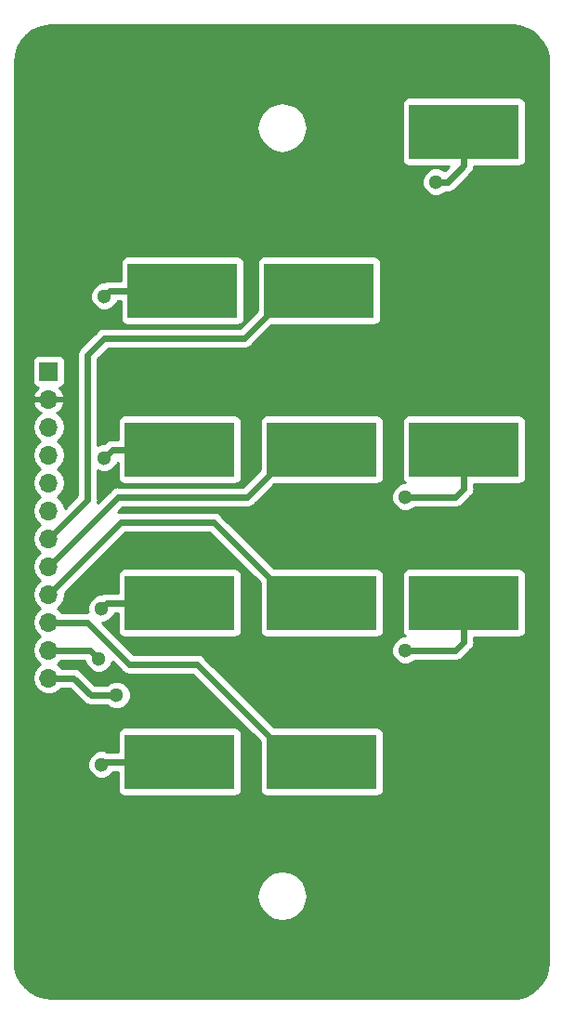
<source format=gbr>
G04 #@! TF.GenerationSoftware,KiCad,Pcbnew,5.0.1*
G04 #@! TF.CreationDate,2019-03-20T13:16:04+05:30*
G04 #@! TF.ProjectId,switches,73776974636865732E6B696361645F70,rev?*
G04 #@! TF.SameCoordinates,Original*
G04 #@! TF.FileFunction,Copper,L2,Bot,Signal*
G04 #@! TF.FilePolarity,Positive*
%FSLAX46Y46*%
G04 Gerber Fmt 4.6, Leading zero omitted, Abs format (unit mm)*
G04 Created by KiCad (PCBNEW 5.0.1) date Wed 20 Mar 2019 01:16:04 PM IST*
%MOMM*%
%LPD*%
G01*
G04 APERTURE LIST*
G04 #@! TA.AperFunction,ComponentPad*
%ADD10O,1.700000X1.700000*%
G04 #@! TD*
G04 #@! TA.AperFunction,ComponentPad*
%ADD11R,1.700000X1.700000*%
G04 #@! TD*
G04 #@! TA.AperFunction,SMDPad,CuDef*
%ADD12R,10.000000X5.000000*%
G04 #@! TD*
G04 #@! TA.AperFunction,ViaPad*
%ADD13C,1.300000*%
G04 #@! TD*
G04 #@! TA.AperFunction,Conductor*
%ADD14C,0.600000*%
G04 #@! TD*
G04 #@! TA.AperFunction,Conductor*
%ADD15C,0.254000*%
G04 #@! TD*
G04 APERTURE END LIST*
D10*
G04 #@! TO.P,J1,12*
G04 #@! TO.N,/s10*
X97790000Y-111506000D03*
G04 #@! TO.P,J1,11*
G04 #@! TO.N,/s9*
X97790000Y-108966000D03*
G04 #@! TO.P,J1,10*
G04 #@! TO.N,/s8*
X97790000Y-106426000D03*
G04 #@! TO.P,J1,9*
G04 #@! TO.N,/s7*
X97790000Y-103886000D03*
G04 #@! TO.P,J1,8*
G04 #@! TO.N,/s6*
X97790000Y-101346000D03*
G04 #@! TO.P,J1,7*
G04 #@! TO.N,/s5*
X97790000Y-98806000D03*
G04 #@! TO.P,J1,6*
G04 #@! TO.N,/s4*
X97790000Y-96266000D03*
G04 #@! TO.P,J1,5*
G04 #@! TO.N,/s3*
X97790000Y-93726000D03*
G04 #@! TO.P,J1,4*
G04 #@! TO.N,/s2*
X97790000Y-91186000D03*
G04 #@! TO.P,J1,3*
G04 #@! TO.N,/s1*
X97790000Y-88646000D03*
G04 #@! TO.P,J1,2*
G04 #@! TO.N,+5V*
X97790000Y-86106000D03*
D11*
G04 #@! TO.P,J1,1*
G04 #@! TO.N,GND*
X97790000Y-83566000D03*
G04 #@! TD*
D12*
G04 #@! TO.P,J12,1*
G04 #@! TO.N,/s10*
X135636000Y-104648000D03*
G04 #@! TD*
G04 #@! TO.P,J11,1*
G04 #@! TO.N,/s9*
X135636000Y-90678000D03*
G04 #@! TD*
G04 #@! TO.P,J10,1*
G04 #@! TO.N,/s8*
X122682000Y-119126000D03*
G04 #@! TD*
G04 #@! TO.P,J9,1*
G04 #@! TO.N,/s7*
X122682000Y-104648000D03*
G04 #@! TD*
G04 #@! TO.P,J8,1*
G04 #@! TO.N,/s6*
X122682000Y-90678000D03*
G04 #@! TD*
G04 #@! TO.P,J7,1*
G04 #@! TO.N,/s5*
X122428000Y-76200000D03*
G04 #@! TD*
G04 #@! TO.P,J6,1*
G04 #@! TO.N,/s4*
X109728000Y-119126000D03*
G04 #@! TD*
G04 #@! TO.P,J5,1*
G04 #@! TO.N,/s3*
X109728000Y-104648000D03*
G04 #@! TD*
G04 #@! TO.P,J4,1*
G04 #@! TO.N,/s2*
X109728000Y-90678000D03*
G04 #@! TD*
G04 #@! TO.P,J3,1*
G04 #@! TO.N,/s1*
X109982000Y-76200000D03*
G04 #@! TD*
G04 #@! TO.P,J2,1*
G04 #@! TO.N,GND*
X135636000Y-61722000D03*
G04 #@! TD*
D13*
G04 #@! TO.N,/s10*
X130302000Y-108966000D03*
X103967235Y-113062373D03*
G04 #@! TO.N,/s8*
X122682000Y-119126000D03*
G04 #@! TO.N,/s6*
X122682000Y-90678000D03*
G04 #@! TO.N,/s4*
X102616000Y-119380000D03*
G04 #@! TO.N,/s2*
X102870000Y-91440000D03*
G04 #@! TO.N,/s9*
X130302000Y-94996000D03*
X102362000Y-109728000D03*
G04 #@! TO.N,/s7*
X122682000Y-104640723D03*
G04 #@! TO.N,/s5*
X122428000Y-76164543D03*
G04 #@! TO.N,/s3*
X102616000Y-105156000D03*
G04 #@! TO.N,/s1*
X102870000Y-76708000D03*
G04 #@! TO.N,GND*
X133096000Y-66294000D03*
G04 #@! TO.N,+5V*
X121412000Y-71628000D03*
X121412000Y-114808000D03*
X121412000Y-86360000D03*
X121412000Y-100330000D03*
X135890000Y-86360000D03*
X135890000Y-100330000D03*
G04 #@! TD*
D14*
G04 #@! TO.N,/s10*
X135636000Y-108204000D02*
X135636000Y-104648000D01*
X134874000Y-108966000D02*
X135636000Y-108204000D01*
X131572000Y-108966000D02*
X130302000Y-108966000D01*
X131318000Y-108966000D02*
X131572000Y-108966000D01*
X131572000Y-108966000D02*
X134874000Y-108966000D01*
X103967235Y-113062373D02*
X101632373Y-113062373D01*
X100076000Y-111506000D02*
X97790000Y-111506000D01*
X101632373Y-113062373D02*
X100076000Y-111506000D01*
G04 #@! TO.N,/s8*
X120182000Y-119126000D02*
X122682000Y-119126000D01*
X105156000Y-110236000D02*
X111292000Y-110236000D01*
X111292000Y-110236000D02*
X120182000Y-119126000D01*
X97790000Y-106426000D02*
X101346000Y-106426000D01*
X101346000Y-106426000D02*
X103378000Y-108458000D01*
X103378000Y-108458000D02*
X105156000Y-110236000D01*
G04 #@! TO.N,/s6*
X120182000Y-90678000D02*
X122682000Y-90678000D01*
X115864000Y-94996000D02*
X120182000Y-90678000D01*
X98639999Y-100496001D02*
X104140000Y-94996000D01*
X97790000Y-101346000D02*
X98639999Y-100496001D01*
X104140000Y-94996000D02*
X115864000Y-94996000D01*
G04 #@! TO.N,/s4*
X102870000Y-119126000D02*
X102616000Y-119380000D01*
X109728000Y-119126000D02*
X102870000Y-119126000D01*
G04 #@! TO.N,/s2*
X103632000Y-90678000D02*
X102870000Y-91440000D01*
X109728000Y-90678000D02*
X103632000Y-90678000D01*
G04 #@! TO.N,/s9*
X130302000Y-94996000D02*
X134874000Y-94996000D01*
X135636000Y-94234000D02*
X135636000Y-90678000D01*
X134874000Y-94996000D02*
X135636000Y-94234000D01*
X101600000Y-108966000D02*
X102362000Y-109728000D01*
X97790000Y-108966000D02*
X101600000Y-108966000D01*
G04 #@! TO.N,/s7*
X120182000Y-104648000D02*
X122682000Y-104648000D01*
X112816000Y-97282000D02*
X120182000Y-104648000D01*
X104394000Y-97282000D02*
X105156000Y-97282000D01*
X97790000Y-103886000D02*
X104394000Y-97282000D01*
X105156000Y-97282000D02*
X112816000Y-97282000D01*
G04 #@! TO.N,/s5*
X115610000Y-80518000D02*
X119928000Y-76200000D01*
X102870000Y-80518000D02*
X115610000Y-80518000D01*
X119928000Y-76200000D02*
X122428000Y-76200000D01*
X101346000Y-82042000D02*
X102870000Y-80518000D01*
X101346000Y-95250000D02*
X101346000Y-82042000D01*
X97790000Y-98806000D02*
X101346000Y-95250000D01*
G04 #@! TO.N,/s3*
X103124000Y-104648000D02*
X102616000Y-105156000D01*
X109728000Y-104648000D02*
X103124000Y-104648000D01*
G04 #@! TO.N,/s1*
X103378000Y-76200000D02*
X102870000Y-76708000D01*
X109982000Y-76200000D02*
X103378000Y-76200000D01*
G04 #@! TO.N,GND*
X134164000Y-66294000D02*
X133096000Y-66294000D01*
X135636000Y-61722000D02*
X135636000Y-64822000D01*
X135636000Y-64822000D02*
X134164000Y-66294000D01*
G04 #@! TD*
D15*
G04 #@! TO.N,+5V*
G36*
X140683861Y-52128160D02*
X141322530Y-52328307D01*
X141907902Y-52652784D01*
X142416078Y-53088343D01*
X142826289Y-53617183D01*
X143121786Y-54217712D01*
X143292623Y-54873567D01*
X143333001Y-55398325D01*
X143333000Y-137337302D01*
X143261839Y-138037865D01*
X143061693Y-138676532D01*
X142737215Y-139261904D01*
X142301657Y-139770077D01*
X141772815Y-140180290D01*
X141172287Y-140475786D01*
X140516433Y-140646623D01*
X139991687Y-140687000D01*
X98052698Y-140687000D01*
X97352135Y-140615839D01*
X96713468Y-140415693D01*
X96128096Y-140091215D01*
X95619923Y-139655657D01*
X95209710Y-139126815D01*
X94914214Y-138526287D01*
X94743377Y-137870433D01*
X94703000Y-137345687D01*
X94703000Y-131372000D01*
X116748327Y-131372000D01*
X116861142Y-132084284D01*
X117188543Y-132726845D01*
X117698482Y-133236784D01*
X118341043Y-133564185D01*
X119053327Y-133677000D01*
X119765611Y-133564185D01*
X120408172Y-133236784D01*
X120918111Y-132726845D01*
X121245512Y-132084284D01*
X121358327Y-131372000D01*
X121245512Y-130659716D01*
X120918111Y-130017155D01*
X120408172Y-129507216D01*
X119765611Y-129179815D01*
X119053327Y-129067000D01*
X118341043Y-129179815D01*
X117698482Y-129507216D01*
X117188543Y-130017155D01*
X116861142Y-130659716D01*
X116748327Y-131372000D01*
X94703000Y-131372000D01*
X94703000Y-119124398D01*
X101331000Y-119124398D01*
X101331000Y-119635602D01*
X101526629Y-120107894D01*
X101888106Y-120469371D01*
X102360398Y-120665000D01*
X102871602Y-120665000D01*
X103343894Y-120469371D01*
X103705371Y-120107894D01*
X103724795Y-120061000D01*
X104080560Y-120061000D01*
X104080560Y-121626000D01*
X104129843Y-121873765D01*
X104270191Y-122083809D01*
X104480235Y-122224157D01*
X104728000Y-122273440D01*
X114728000Y-122273440D01*
X114975765Y-122224157D01*
X115185809Y-122083809D01*
X115326157Y-121873765D01*
X115375440Y-121626000D01*
X115375440Y-116626000D01*
X115326157Y-116378235D01*
X115185809Y-116168191D01*
X114975765Y-116027843D01*
X114728000Y-115978560D01*
X104728000Y-115978560D01*
X104480235Y-116027843D01*
X104270191Y-116168191D01*
X104129843Y-116378235D01*
X104080560Y-116626000D01*
X104080560Y-118191000D01*
X103103367Y-118191000D01*
X102871602Y-118095000D01*
X102360398Y-118095000D01*
X101888106Y-118290629D01*
X101526629Y-118652106D01*
X101331000Y-119124398D01*
X94703000Y-119124398D01*
X94703000Y-88646000D01*
X96275908Y-88646000D01*
X96391161Y-89225418D01*
X96719375Y-89716625D01*
X97017761Y-89916000D01*
X96719375Y-90115375D01*
X96391161Y-90606582D01*
X96275908Y-91186000D01*
X96391161Y-91765418D01*
X96719375Y-92256625D01*
X97017761Y-92456000D01*
X96719375Y-92655375D01*
X96391161Y-93146582D01*
X96275908Y-93726000D01*
X96391161Y-94305418D01*
X96719375Y-94796625D01*
X97017761Y-94996000D01*
X96719375Y-95195375D01*
X96391161Y-95686582D01*
X96275908Y-96266000D01*
X96391161Y-96845418D01*
X96719375Y-97336625D01*
X97017761Y-97536000D01*
X96719375Y-97735375D01*
X96391161Y-98226582D01*
X96275908Y-98806000D01*
X96391161Y-99385418D01*
X96719375Y-99876625D01*
X97017761Y-100076000D01*
X96719375Y-100275375D01*
X96391161Y-100766582D01*
X96275908Y-101346000D01*
X96391161Y-101925418D01*
X96719375Y-102416625D01*
X97017761Y-102616000D01*
X96719375Y-102815375D01*
X96391161Y-103306582D01*
X96275908Y-103886000D01*
X96391161Y-104465418D01*
X96719375Y-104956625D01*
X97017761Y-105156000D01*
X96719375Y-105355375D01*
X96391161Y-105846582D01*
X96275908Y-106426000D01*
X96391161Y-107005418D01*
X96719375Y-107496625D01*
X97017761Y-107696000D01*
X96719375Y-107895375D01*
X96391161Y-108386582D01*
X96275908Y-108966000D01*
X96391161Y-109545418D01*
X96719375Y-110036625D01*
X97017761Y-110236000D01*
X96719375Y-110435375D01*
X96391161Y-110926582D01*
X96275908Y-111506000D01*
X96391161Y-112085418D01*
X96719375Y-112576625D01*
X97210582Y-112904839D01*
X97643744Y-112991000D01*
X97936256Y-112991000D01*
X98369418Y-112904839D01*
X98860625Y-112576625D01*
X98951247Y-112441000D01*
X99688711Y-112441000D01*
X100906114Y-113658404D01*
X100958276Y-113736470D01*
X101036342Y-113788632D01*
X101267554Y-113943123D01*
X101632373Y-114015690D01*
X101724459Y-113997373D01*
X103084970Y-113997373D01*
X103239341Y-114151744D01*
X103711633Y-114347373D01*
X104222837Y-114347373D01*
X104695129Y-114151744D01*
X105056606Y-113790267D01*
X105252235Y-113317975D01*
X105252235Y-112806771D01*
X105056606Y-112334479D01*
X104695129Y-111973002D01*
X104222837Y-111777373D01*
X103711633Y-111777373D01*
X103239341Y-111973002D01*
X103084970Y-112127373D01*
X102019663Y-112127373D01*
X100802261Y-110909972D01*
X100750097Y-110831903D01*
X100440819Y-110625250D01*
X100168086Y-110571000D01*
X100076000Y-110552683D01*
X99983914Y-110571000D01*
X98951247Y-110571000D01*
X98860625Y-110435375D01*
X98562239Y-110236000D01*
X98860625Y-110036625D01*
X98951247Y-109901000D01*
X101077000Y-109901000D01*
X101077000Y-109983602D01*
X101272629Y-110455894D01*
X101634106Y-110817371D01*
X102106398Y-111013000D01*
X102617602Y-111013000D01*
X103089894Y-110817371D01*
X103451371Y-110455894D01*
X103627761Y-110030050D01*
X104429740Y-110832030D01*
X104481903Y-110910097D01*
X104559969Y-110962259D01*
X104791181Y-111116750D01*
X105156000Y-111189317D01*
X105248086Y-111171000D01*
X110904711Y-111171000D01*
X117034560Y-117300849D01*
X117034560Y-121626000D01*
X117083843Y-121873765D01*
X117224191Y-122083809D01*
X117434235Y-122224157D01*
X117682000Y-122273440D01*
X127682000Y-122273440D01*
X127929765Y-122224157D01*
X128139809Y-122083809D01*
X128280157Y-121873765D01*
X128329440Y-121626000D01*
X128329440Y-116626000D01*
X128280157Y-116378235D01*
X128139809Y-116168191D01*
X127929765Y-116027843D01*
X127682000Y-115978560D01*
X118356849Y-115978560D01*
X112018261Y-109639972D01*
X111966097Y-109561903D01*
X111656819Y-109355250D01*
X111384086Y-109301000D01*
X111292000Y-109282683D01*
X111199914Y-109301000D01*
X105543290Y-109301000D01*
X104952688Y-108710398D01*
X129017000Y-108710398D01*
X129017000Y-109221602D01*
X129212629Y-109693894D01*
X129574106Y-110055371D01*
X130046398Y-110251000D01*
X130557602Y-110251000D01*
X131029894Y-110055371D01*
X131184265Y-109901000D01*
X134781914Y-109901000D01*
X134874000Y-109919317D01*
X134966086Y-109901000D01*
X135238819Y-109846750D01*
X135548097Y-109640097D01*
X135600261Y-109562028D01*
X136232031Y-108930259D01*
X136310097Y-108878097D01*
X136516750Y-108568819D01*
X136571000Y-108296086D01*
X136571000Y-108296085D01*
X136589317Y-108204000D01*
X136571000Y-108111914D01*
X136571000Y-107795440D01*
X140636000Y-107795440D01*
X140883765Y-107746157D01*
X141093809Y-107605809D01*
X141234157Y-107395765D01*
X141283440Y-107148000D01*
X141283440Y-102148000D01*
X141234157Y-101900235D01*
X141093809Y-101690191D01*
X140883765Y-101549843D01*
X140636000Y-101500560D01*
X130636000Y-101500560D01*
X130388235Y-101549843D01*
X130178191Y-101690191D01*
X130037843Y-101900235D01*
X129988560Y-102148000D01*
X129988560Y-107148000D01*
X130037843Y-107395765D01*
X130178191Y-107605809D01*
X130290721Y-107681000D01*
X130046398Y-107681000D01*
X129574106Y-107876629D01*
X129212629Y-108238106D01*
X129017000Y-108710398D01*
X104952688Y-108710398D01*
X104104261Y-107861972D01*
X104104259Y-107861969D01*
X102683289Y-106441000D01*
X102871602Y-106441000D01*
X103343894Y-106245371D01*
X103705371Y-105883894D01*
X103830005Y-105583000D01*
X104080560Y-105583000D01*
X104080560Y-107148000D01*
X104129843Y-107395765D01*
X104270191Y-107605809D01*
X104480235Y-107746157D01*
X104728000Y-107795440D01*
X114728000Y-107795440D01*
X114975765Y-107746157D01*
X115185809Y-107605809D01*
X115326157Y-107395765D01*
X115375440Y-107148000D01*
X115375440Y-102148000D01*
X115326157Y-101900235D01*
X115185809Y-101690191D01*
X114975765Y-101549843D01*
X114728000Y-101500560D01*
X104728000Y-101500560D01*
X104480235Y-101549843D01*
X104270191Y-101690191D01*
X104129843Y-101900235D01*
X104080560Y-102148000D01*
X104080560Y-103713000D01*
X103216080Y-103713000D01*
X103123999Y-103694684D01*
X103031918Y-103713000D01*
X103031914Y-103713000D01*
X102759181Y-103767250D01*
X102603908Y-103871000D01*
X102360398Y-103871000D01*
X101888106Y-104066629D01*
X101526629Y-104428106D01*
X101331000Y-104900398D01*
X101331000Y-105411602D01*
X101357225Y-105474916D01*
X101346000Y-105472683D01*
X101253914Y-105491000D01*
X98951247Y-105491000D01*
X98860625Y-105355375D01*
X98562239Y-105156000D01*
X98860625Y-104956625D01*
X99188839Y-104465418D01*
X99304092Y-103886000D01*
X99272270Y-103726019D01*
X104781290Y-98217000D01*
X112428711Y-98217000D01*
X117034560Y-102822850D01*
X117034560Y-107148000D01*
X117083843Y-107395765D01*
X117224191Y-107605809D01*
X117434235Y-107746157D01*
X117682000Y-107795440D01*
X127682000Y-107795440D01*
X127929765Y-107746157D01*
X128139809Y-107605809D01*
X128280157Y-107395765D01*
X128329440Y-107148000D01*
X128329440Y-102148000D01*
X128280157Y-101900235D01*
X128139809Y-101690191D01*
X127929765Y-101549843D01*
X127682000Y-101500560D01*
X118356850Y-101500560D01*
X113542261Y-96685972D01*
X113490097Y-96607903D01*
X113180819Y-96401250D01*
X112908086Y-96347000D01*
X112816000Y-96328683D01*
X112723914Y-96347000D01*
X104486081Y-96347000D01*
X104393999Y-96328684D01*
X104301917Y-96347000D01*
X104301914Y-96347000D01*
X104063957Y-96394333D01*
X104527290Y-95931000D01*
X115771914Y-95931000D01*
X115864000Y-95949317D01*
X115956086Y-95931000D01*
X116228819Y-95876750D01*
X116538097Y-95670097D01*
X116590261Y-95592028D01*
X117441891Y-94740398D01*
X129017000Y-94740398D01*
X129017000Y-95251602D01*
X129212629Y-95723894D01*
X129574106Y-96085371D01*
X130046398Y-96281000D01*
X130557602Y-96281000D01*
X131029894Y-96085371D01*
X131184265Y-95931000D01*
X134781914Y-95931000D01*
X134874000Y-95949317D01*
X134966086Y-95931000D01*
X135238819Y-95876750D01*
X135548097Y-95670097D01*
X135600261Y-95592028D01*
X136232031Y-94960259D01*
X136310097Y-94908097D01*
X136516750Y-94598819D01*
X136571000Y-94326086D01*
X136571000Y-94326085D01*
X136589317Y-94234000D01*
X136571000Y-94141914D01*
X136571000Y-93825440D01*
X140636000Y-93825440D01*
X140883765Y-93776157D01*
X141093809Y-93635809D01*
X141234157Y-93425765D01*
X141283440Y-93178000D01*
X141283440Y-88178000D01*
X141234157Y-87930235D01*
X141093809Y-87720191D01*
X140883765Y-87579843D01*
X140636000Y-87530560D01*
X130636000Y-87530560D01*
X130388235Y-87579843D01*
X130178191Y-87720191D01*
X130037843Y-87930235D01*
X129988560Y-88178000D01*
X129988560Y-93178000D01*
X130037843Y-93425765D01*
X130178191Y-93635809D01*
X130290721Y-93711000D01*
X130046398Y-93711000D01*
X129574106Y-93906629D01*
X129212629Y-94268106D01*
X129017000Y-94740398D01*
X117441891Y-94740398D01*
X118356849Y-93825440D01*
X127682000Y-93825440D01*
X127929765Y-93776157D01*
X128139809Y-93635809D01*
X128280157Y-93425765D01*
X128329440Y-93178000D01*
X128329440Y-88178000D01*
X128280157Y-87930235D01*
X128139809Y-87720191D01*
X127929765Y-87579843D01*
X127682000Y-87530560D01*
X117682000Y-87530560D01*
X117434235Y-87579843D01*
X117224191Y-87720191D01*
X117083843Y-87930235D01*
X117034560Y-88178000D01*
X117034560Y-92503151D01*
X115476711Y-94061000D01*
X104232085Y-94061000D01*
X104139999Y-94042683D01*
X103775181Y-94115250D01*
X103465903Y-94321903D01*
X103413741Y-94399969D01*
X102233667Y-95580043D01*
X102281000Y-95342086D01*
X102281000Y-95342082D01*
X102299316Y-95250001D01*
X102281000Y-95157920D01*
X102281000Y-92586903D01*
X102614398Y-92725000D01*
X103125602Y-92725000D01*
X103597894Y-92529371D01*
X103959371Y-92167894D01*
X104080560Y-91875317D01*
X104080560Y-93178000D01*
X104129843Y-93425765D01*
X104270191Y-93635809D01*
X104480235Y-93776157D01*
X104728000Y-93825440D01*
X114728000Y-93825440D01*
X114975765Y-93776157D01*
X115185809Y-93635809D01*
X115326157Y-93425765D01*
X115375440Y-93178000D01*
X115375440Y-88178000D01*
X115326157Y-87930235D01*
X115185809Y-87720191D01*
X114975765Y-87579843D01*
X114728000Y-87530560D01*
X104728000Y-87530560D01*
X104480235Y-87579843D01*
X104270191Y-87720191D01*
X104129843Y-87930235D01*
X104080560Y-88178000D01*
X104080560Y-89743000D01*
X103724086Y-89743000D01*
X103632000Y-89724683D01*
X103539914Y-89743000D01*
X103267181Y-89797250D01*
X102957903Y-90003903D01*
X102905741Y-90081970D01*
X102832710Y-90155000D01*
X102614398Y-90155000D01*
X102281000Y-90293097D01*
X102281000Y-82429289D01*
X103257290Y-81453000D01*
X115517914Y-81453000D01*
X115610000Y-81471317D01*
X115702086Y-81453000D01*
X115974819Y-81398750D01*
X116284097Y-81192097D01*
X116336261Y-81114028D01*
X118102849Y-79347440D01*
X127428000Y-79347440D01*
X127675765Y-79298157D01*
X127885809Y-79157809D01*
X128026157Y-78947765D01*
X128075440Y-78700000D01*
X128075440Y-73700000D01*
X128026157Y-73452235D01*
X127885809Y-73242191D01*
X127675765Y-73101843D01*
X127428000Y-73052560D01*
X117428000Y-73052560D01*
X117180235Y-73101843D01*
X116970191Y-73242191D01*
X116829843Y-73452235D01*
X116780560Y-73700000D01*
X116780560Y-78025151D01*
X115222711Y-79583000D01*
X102962080Y-79583000D01*
X102869999Y-79564684D01*
X102777918Y-79583000D01*
X102777914Y-79583000D01*
X102505181Y-79637250D01*
X102195903Y-79843903D01*
X102143741Y-79921969D01*
X100749970Y-81315741D01*
X100671904Y-81367903D01*
X100619742Y-81445969D01*
X100619741Y-81445970D01*
X100465250Y-81677182D01*
X100392683Y-82042000D01*
X100411001Y-82134090D01*
X100411000Y-94862710D01*
X99254919Y-96018791D01*
X99188839Y-95686582D01*
X98860625Y-95195375D01*
X98562239Y-94996000D01*
X98860625Y-94796625D01*
X99188839Y-94305418D01*
X99304092Y-93726000D01*
X99188839Y-93146582D01*
X98860625Y-92655375D01*
X98562239Y-92456000D01*
X98860625Y-92256625D01*
X99188839Y-91765418D01*
X99304092Y-91186000D01*
X99188839Y-90606582D01*
X98860625Y-90115375D01*
X98562239Y-89916000D01*
X98860625Y-89716625D01*
X99188839Y-89225418D01*
X99304092Y-88646000D01*
X99188839Y-88066582D01*
X98860625Y-87575375D01*
X98541522Y-87362157D01*
X98671358Y-87301183D01*
X99061645Y-86872924D01*
X99231476Y-86462890D01*
X99110155Y-86233000D01*
X97917000Y-86233000D01*
X97917000Y-86253000D01*
X97663000Y-86253000D01*
X97663000Y-86233000D01*
X96469845Y-86233000D01*
X96348524Y-86462890D01*
X96518355Y-86872924D01*
X96908642Y-87301183D01*
X97038478Y-87362157D01*
X96719375Y-87575375D01*
X96391161Y-88066582D01*
X96275908Y-88646000D01*
X94703000Y-88646000D01*
X94703000Y-82716000D01*
X96292560Y-82716000D01*
X96292560Y-84416000D01*
X96341843Y-84663765D01*
X96482191Y-84873809D01*
X96692235Y-85014157D01*
X96795708Y-85034739D01*
X96518355Y-85339076D01*
X96348524Y-85749110D01*
X96469845Y-85979000D01*
X97663000Y-85979000D01*
X97663000Y-85959000D01*
X97917000Y-85959000D01*
X97917000Y-85979000D01*
X99110155Y-85979000D01*
X99231476Y-85749110D01*
X99061645Y-85339076D01*
X98784292Y-85034739D01*
X98887765Y-85014157D01*
X99097809Y-84873809D01*
X99238157Y-84663765D01*
X99287440Y-84416000D01*
X99287440Y-82716000D01*
X99238157Y-82468235D01*
X99097809Y-82258191D01*
X98887765Y-82117843D01*
X98640000Y-82068560D01*
X96940000Y-82068560D01*
X96692235Y-82117843D01*
X96482191Y-82258191D01*
X96341843Y-82468235D01*
X96292560Y-82716000D01*
X94703000Y-82716000D01*
X94703000Y-76452398D01*
X101585000Y-76452398D01*
X101585000Y-76963602D01*
X101780629Y-77435894D01*
X102142106Y-77797371D01*
X102614398Y-77993000D01*
X103125602Y-77993000D01*
X103597894Y-77797371D01*
X103959371Y-77435894D01*
X104084005Y-77135000D01*
X104334560Y-77135000D01*
X104334560Y-78700000D01*
X104383843Y-78947765D01*
X104524191Y-79157809D01*
X104734235Y-79298157D01*
X104982000Y-79347440D01*
X114982000Y-79347440D01*
X115229765Y-79298157D01*
X115439809Y-79157809D01*
X115580157Y-78947765D01*
X115629440Y-78700000D01*
X115629440Y-73700000D01*
X115580157Y-73452235D01*
X115439809Y-73242191D01*
X115229765Y-73101843D01*
X114982000Y-73052560D01*
X104982000Y-73052560D01*
X104734235Y-73101843D01*
X104524191Y-73242191D01*
X104383843Y-73452235D01*
X104334560Y-73700000D01*
X104334560Y-75265000D01*
X103470080Y-75265000D01*
X103377999Y-75246684D01*
X103285918Y-75265000D01*
X103285914Y-75265000D01*
X103013181Y-75319250D01*
X102857908Y-75423000D01*
X102614398Y-75423000D01*
X102142106Y-75618629D01*
X101780629Y-75980106D01*
X101585000Y-76452398D01*
X94703000Y-76452398D01*
X94703000Y-61372000D01*
X116748326Y-61372000D01*
X116861141Y-62084284D01*
X117188542Y-62726846D01*
X117698481Y-63236785D01*
X118341043Y-63564186D01*
X119053327Y-63677001D01*
X119765611Y-63564186D01*
X120408173Y-63236785D01*
X120918112Y-62726846D01*
X121245513Y-62084284D01*
X121358328Y-61372000D01*
X121245513Y-60659716D01*
X120918112Y-60017154D01*
X120408173Y-59507215D01*
X119848406Y-59222000D01*
X129988560Y-59222000D01*
X129988560Y-64222000D01*
X130037843Y-64469765D01*
X130178191Y-64679809D01*
X130388235Y-64820157D01*
X130636000Y-64869440D01*
X134266270Y-64869440D01*
X133877488Y-65258223D01*
X133823894Y-65204629D01*
X133351602Y-65009000D01*
X132840398Y-65009000D01*
X132368106Y-65204629D01*
X132006629Y-65566106D01*
X131811000Y-66038398D01*
X131811000Y-66549602D01*
X132006629Y-67021894D01*
X132368106Y-67383371D01*
X132840398Y-67579000D01*
X133351602Y-67579000D01*
X133823894Y-67383371D01*
X133978265Y-67229000D01*
X134071914Y-67229000D01*
X134164000Y-67247317D01*
X134256086Y-67229000D01*
X134528819Y-67174750D01*
X134838097Y-66968097D01*
X134890261Y-66890028D01*
X136232031Y-65548259D01*
X136310097Y-65496097D01*
X136516750Y-65186819D01*
X136571000Y-64914086D01*
X136571000Y-64914083D01*
X136579880Y-64869440D01*
X140636000Y-64869440D01*
X140883765Y-64820157D01*
X141093809Y-64679809D01*
X141234157Y-64469765D01*
X141283440Y-64222000D01*
X141283440Y-59222000D01*
X141234157Y-58974235D01*
X141093809Y-58764191D01*
X140883765Y-58623843D01*
X140636000Y-58574560D01*
X130636000Y-58574560D01*
X130388235Y-58623843D01*
X130178191Y-58764191D01*
X130037843Y-58974235D01*
X129988560Y-59222000D01*
X119848406Y-59222000D01*
X119765611Y-59179814D01*
X119053327Y-59066999D01*
X118341043Y-59179814D01*
X117698481Y-59507215D01*
X117188542Y-60017154D01*
X116861141Y-60659716D01*
X116748326Y-61372000D01*
X94703000Y-61372000D01*
X94703000Y-55406698D01*
X94774160Y-54706139D01*
X94974307Y-54067470D01*
X95298784Y-53482098D01*
X95734343Y-52973922D01*
X96263183Y-52563711D01*
X96863712Y-52268214D01*
X97519567Y-52097377D01*
X98044313Y-52057000D01*
X139983302Y-52057000D01*
X140683861Y-52128160D01*
X140683861Y-52128160D01*
G37*
X140683861Y-52128160D02*
X141322530Y-52328307D01*
X141907902Y-52652784D01*
X142416078Y-53088343D01*
X142826289Y-53617183D01*
X143121786Y-54217712D01*
X143292623Y-54873567D01*
X143333001Y-55398325D01*
X143333000Y-137337302D01*
X143261839Y-138037865D01*
X143061693Y-138676532D01*
X142737215Y-139261904D01*
X142301657Y-139770077D01*
X141772815Y-140180290D01*
X141172287Y-140475786D01*
X140516433Y-140646623D01*
X139991687Y-140687000D01*
X98052698Y-140687000D01*
X97352135Y-140615839D01*
X96713468Y-140415693D01*
X96128096Y-140091215D01*
X95619923Y-139655657D01*
X95209710Y-139126815D01*
X94914214Y-138526287D01*
X94743377Y-137870433D01*
X94703000Y-137345687D01*
X94703000Y-131372000D01*
X116748327Y-131372000D01*
X116861142Y-132084284D01*
X117188543Y-132726845D01*
X117698482Y-133236784D01*
X118341043Y-133564185D01*
X119053327Y-133677000D01*
X119765611Y-133564185D01*
X120408172Y-133236784D01*
X120918111Y-132726845D01*
X121245512Y-132084284D01*
X121358327Y-131372000D01*
X121245512Y-130659716D01*
X120918111Y-130017155D01*
X120408172Y-129507216D01*
X119765611Y-129179815D01*
X119053327Y-129067000D01*
X118341043Y-129179815D01*
X117698482Y-129507216D01*
X117188543Y-130017155D01*
X116861142Y-130659716D01*
X116748327Y-131372000D01*
X94703000Y-131372000D01*
X94703000Y-119124398D01*
X101331000Y-119124398D01*
X101331000Y-119635602D01*
X101526629Y-120107894D01*
X101888106Y-120469371D01*
X102360398Y-120665000D01*
X102871602Y-120665000D01*
X103343894Y-120469371D01*
X103705371Y-120107894D01*
X103724795Y-120061000D01*
X104080560Y-120061000D01*
X104080560Y-121626000D01*
X104129843Y-121873765D01*
X104270191Y-122083809D01*
X104480235Y-122224157D01*
X104728000Y-122273440D01*
X114728000Y-122273440D01*
X114975765Y-122224157D01*
X115185809Y-122083809D01*
X115326157Y-121873765D01*
X115375440Y-121626000D01*
X115375440Y-116626000D01*
X115326157Y-116378235D01*
X115185809Y-116168191D01*
X114975765Y-116027843D01*
X114728000Y-115978560D01*
X104728000Y-115978560D01*
X104480235Y-116027843D01*
X104270191Y-116168191D01*
X104129843Y-116378235D01*
X104080560Y-116626000D01*
X104080560Y-118191000D01*
X103103367Y-118191000D01*
X102871602Y-118095000D01*
X102360398Y-118095000D01*
X101888106Y-118290629D01*
X101526629Y-118652106D01*
X101331000Y-119124398D01*
X94703000Y-119124398D01*
X94703000Y-88646000D01*
X96275908Y-88646000D01*
X96391161Y-89225418D01*
X96719375Y-89716625D01*
X97017761Y-89916000D01*
X96719375Y-90115375D01*
X96391161Y-90606582D01*
X96275908Y-91186000D01*
X96391161Y-91765418D01*
X96719375Y-92256625D01*
X97017761Y-92456000D01*
X96719375Y-92655375D01*
X96391161Y-93146582D01*
X96275908Y-93726000D01*
X96391161Y-94305418D01*
X96719375Y-94796625D01*
X97017761Y-94996000D01*
X96719375Y-95195375D01*
X96391161Y-95686582D01*
X96275908Y-96266000D01*
X96391161Y-96845418D01*
X96719375Y-97336625D01*
X97017761Y-97536000D01*
X96719375Y-97735375D01*
X96391161Y-98226582D01*
X96275908Y-98806000D01*
X96391161Y-99385418D01*
X96719375Y-99876625D01*
X97017761Y-100076000D01*
X96719375Y-100275375D01*
X96391161Y-100766582D01*
X96275908Y-101346000D01*
X96391161Y-101925418D01*
X96719375Y-102416625D01*
X97017761Y-102616000D01*
X96719375Y-102815375D01*
X96391161Y-103306582D01*
X96275908Y-103886000D01*
X96391161Y-104465418D01*
X96719375Y-104956625D01*
X97017761Y-105156000D01*
X96719375Y-105355375D01*
X96391161Y-105846582D01*
X96275908Y-106426000D01*
X96391161Y-107005418D01*
X96719375Y-107496625D01*
X97017761Y-107696000D01*
X96719375Y-107895375D01*
X96391161Y-108386582D01*
X96275908Y-108966000D01*
X96391161Y-109545418D01*
X96719375Y-110036625D01*
X97017761Y-110236000D01*
X96719375Y-110435375D01*
X96391161Y-110926582D01*
X96275908Y-111506000D01*
X96391161Y-112085418D01*
X96719375Y-112576625D01*
X97210582Y-112904839D01*
X97643744Y-112991000D01*
X97936256Y-112991000D01*
X98369418Y-112904839D01*
X98860625Y-112576625D01*
X98951247Y-112441000D01*
X99688711Y-112441000D01*
X100906114Y-113658404D01*
X100958276Y-113736470D01*
X101036342Y-113788632D01*
X101267554Y-113943123D01*
X101632373Y-114015690D01*
X101724459Y-113997373D01*
X103084970Y-113997373D01*
X103239341Y-114151744D01*
X103711633Y-114347373D01*
X104222837Y-114347373D01*
X104695129Y-114151744D01*
X105056606Y-113790267D01*
X105252235Y-113317975D01*
X105252235Y-112806771D01*
X105056606Y-112334479D01*
X104695129Y-111973002D01*
X104222837Y-111777373D01*
X103711633Y-111777373D01*
X103239341Y-111973002D01*
X103084970Y-112127373D01*
X102019663Y-112127373D01*
X100802261Y-110909972D01*
X100750097Y-110831903D01*
X100440819Y-110625250D01*
X100168086Y-110571000D01*
X100076000Y-110552683D01*
X99983914Y-110571000D01*
X98951247Y-110571000D01*
X98860625Y-110435375D01*
X98562239Y-110236000D01*
X98860625Y-110036625D01*
X98951247Y-109901000D01*
X101077000Y-109901000D01*
X101077000Y-109983602D01*
X101272629Y-110455894D01*
X101634106Y-110817371D01*
X102106398Y-111013000D01*
X102617602Y-111013000D01*
X103089894Y-110817371D01*
X103451371Y-110455894D01*
X103627761Y-110030050D01*
X104429740Y-110832030D01*
X104481903Y-110910097D01*
X104559969Y-110962259D01*
X104791181Y-111116750D01*
X105156000Y-111189317D01*
X105248086Y-111171000D01*
X110904711Y-111171000D01*
X117034560Y-117300849D01*
X117034560Y-121626000D01*
X117083843Y-121873765D01*
X117224191Y-122083809D01*
X117434235Y-122224157D01*
X117682000Y-122273440D01*
X127682000Y-122273440D01*
X127929765Y-122224157D01*
X128139809Y-122083809D01*
X128280157Y-121873765D01*
X128329440Y-121626000D01*
X128329440Y-116626000D01*
X128280157Y-116378235D01*
X128139809Y-116168191D01*
X127929765Y-116027843D01*
X127682000Y-115978560D01*
X118356849Y-115978560D01*
X112018261Y-109639972D01*
X111966097Y-109561903D01*
X111656819Y-109355250D01*
X111384086Y-109301000D01*
X111292000Y-109282683D01*
X111199914Y-109301000D01*
X105543290Y-109301000D01*
X104952688Y-108710398D01*
X129017000Y-108710398D01*
X129017000Y-109221602D01*
X129212629Y-109693894D01*
X129574106Y-110055371D01*
X130046398Y-110251000D01*
X130557602Y-110251000D01*
X131029894Y-110055371D01*
X131184265Y-109901000D01*
X134781914Y-109901000D01*
X134874000Y-109919317D01*
X134966086Y-109901000D01*
X135238819Y-109846750D01*
X135548097Y-109640097D01*
X135600261Y-109562028D01*
X136232031Y-108930259D01*
X136310097Y-108878097D01*
X136516750Y-108568819D01*
X136571000Y-108296086D01*
X136571000Y-108296085D01*
X136589317Y-108204000D01*
X136571000Y-108111914D01*
X136571000Y-107795440D01*
X140636000Y-107795440D01*
X140883765Y-107746157D01*
X141093809Y-107605809D01*
X141234157Y-107395765D01*
X141283440Y-107148000D01*
X141283440Y-102148000D01*
X141234157Y-101900235D01*
X141093809Y-101690191D01*
X140883765Y-101549843D01*
X140636000Y-101500560D01*
X130636000Y-101500560D01*
X130388235Y-101549843D01*
X130178191Y-101690191D01*
X130037843Y-101900235D01*
X129988560Y-102148000D01*
X129988560Y-107148000D01*
X130037843Y-107395765D01*
X130178191Y-107605809D01*
X130290721Y-107681000D01*
X130046398Y-107681000D01*
X129574106Y-107876629D01*
X129212629Y-108238106D01*
X129017000Y-108710398D01*
X104952688Y-108710398D01*
X104104261Y-107861972D01*
X104104259Y-107861969D01*
X102683289Y-106441000D01*
X102871602Y-106441000D01*
X103343894Y-106245371D01*
X103705371Y-105883894D01*
X103830005Y-105583000D01*
X104080560Y-105583000D01*
X104080560Y-107148000D01*
X104129843Y-107395765D01*
X104270191Y-107605809D01*
X104480235Y-107746157D01*
X104728000Y-107795440D01*
X114728000Y-107795440D01*
X114975765Y-107746157D01*
X115185809Y-107605809D01*
X115326157Y-107395765D01*
X115375440Y-107148000D01*
X115375440Y-102148000D01*
X115326157Y-101900235D01*
X115185809Y-101690191D01*
X114975765Y-101549843D01*
X114728000Y-101500560D01*
X104728000Y-101500560D01*
X104480235Y-101549843D01*
X104270191Y-101690191D01*
X104129843Y-101900235D01*
X104080560Y-102148000D01*
X104080560Y-103713000D01*
X103216080Y-103713000D01*
X103123999Y-103694684D01*
X103031918Y-103713000D01*
X103031914Y-103713000D01*
X102759181Y-103767250D01*
X102603908Y-103871000D01*
X102360398Y-103871000D01*
X101888106Y-104066629D01*
X101526629Y-104428106D01*
X101331000Y-104900398D01*
X101331000Y-105411602D01*
X101357225Y-105474916D01*
X101346000Y-105472683D01*
X101253914Y-105491000D01*
X98951247Y-105491000D01*
X98860625Y-105355375D01*
X98562239Y-105156000D01*
X98860625Y-104956625D01*
X99188839Y-104465418D01*
X99304092Y-103886000D01*
X99272270Y-103726019D01*
X104781290Y-98217000D01*
X112428711Y-98217000D01*
X117034560Y-102822850D01*
X117034560Y-107148000D01*
X117083843Y-107395765D01*
X117224191Y-107605809D01*
X117434235Y-107746157D01*
X117682000Y-107795440D01*
X127682000Y-107795440D01*
X127929765Y-107746157D01*
X128139809Y-107605809D01*
X128280157Y-107395765D01*
X128329440Y-107148000D01*
X128329440Y-102148000D01*
X128280157Y-101900235D01*
X128139809Y-101690191D01*
X127929765Y-101549843D01*
X127682000Y-101500560D01*
X118356850Y-101500560D01*
X113542261Y-96685972D01*
X113490097Y-96607903D01*
X113180819Y-96401250D01*
X112908086Y-96347000D01*
X112816000Y-96328683D01*
X112723914Y-96347000D01*
X104486081Y-96347000D01*
X104393999Y-96328684D01*
X104301917Y-96347000D01*
X104301914Y-96347000D01*
X104063957Y-96394333D01*
X104527290Y-95931000D01*
X115771914Y-95931000D01*
X115864000Y-95949317D01*
X115956086Y-95931000D01*
X116228819Y-95876750D01*
X116538097Y-95670097D01*
X116590261Y-95592028D01*
X117441891Y-94740398D01*
X129017000Y-94740398D01*
X129017000Y-95251602D01*
X129212629Y-95723894D01*
X129574106Y-96085371D01*
X130046398Y-96281000D01*
X130557602Y-96281000D01*
X131029894Y-96085371D01*
X131184265Y-95931000D01*
X134781914Y-95931000D01*
X134874000Y-95949317D01*
X134966086Y-95931000D01*
X135238819Y-95876750D01*
X135548097Y-95670097D01*
X135600261Y-95592028D01*
X136232031Y-94960259D01*
X136310097Y-94908097D01*
X136516750Y-94598819D01*
X136571000Y-94326086D01*
X136571000Y-94326085D01*
X136589317Y-94234000D01*
X136571000Y-94141914D01*
X136571000Y-93825440D01*
X140636000Y-93825440D01*
X140883765Y-93776157D01*
X141093809Y-93635809D01*
X141234157Y-93425765D01*
X141283440Y-93178000D01*
X141283440Y-88178000D01*
X141234157Y-87930235D01*
X141093809Y-87720191D01*
X140883765Y-87579843D01*
X140636000Y-87530560D01*
X130636000Y-87530560D01*
X130388235Y-87579843D01*
X130178191Y-87720191D01*
X130037843Y-87930235D01*
X129988560Y-88178000D01*
X129988560Y-93178000D01*
X130037843Y-93425765D01*
X130178191Y-93635809D01*
X130290721Y-93711000D01*
X130046398Y-93711000D01*
X129574106Y-93906629D01*
X129212629Y-94268106D01*
X129017000Y-94740398D01*
X117441891Y-94740398D01*
X118356849Y-93825440D01*
X127682000Y-93825440D01*
X127929765Y-93776157D01*
X128139809Y-93635809D01*
X128280157Y-93425765D01*
X128329440Y-93178000D01*
X128329440Y-88178000D01*
X128280157Y-87930235D01*
X128139809Y-87720191D01*
X127929765Y-87579843D01*
X127682000Y-87530560D01*
X117682000Y-87530560D01*
X117434235Y-87579843D01*
X117224191Y-87720191D01*
X117083843Y-87930235D01*
X117034560Y-88178000D01*
X117034560Y-92503151D01*
X115476711Y-94061000D01*
X104232085Y-94061000D01*
X104139999Y-94042683D01*
X103775181Y-94115250D01*
X103465903Y-94321903D01*
X103413741Y-94399969D01*
X102233667Y-95580043D01*
X102281000Y-95342086D01*
X102281000Y-95342082D01*
X102299316Y-95250001D01*
X102281000Y-95157920D01*
X102281000Y-92586903D01*
X102614398Y-92725000D01*
X103125602Y-92725000D01*
X103597894Y-92529371D01*
X103959371Y-92167894D01*
X104080560Y-91875317D01*
X104080560Y-93178000D01*
X104129843Y-93425765D01*
X104270191Y-93635809D01*
X104480235Y-93776157D01*
X104728000Y-93825440D01*
X114728000Y-93825440D01*
X114975765Y-93776157D01*
X115185809Y-93635809D01*
X115326157Y-93425765D01*
X115375440Y-93178000D01*
X115375440Y-88178000D01*
X115326157Y-87930235D01*
X115185809Y-87720191D01*
X114975765Y-87579843D01*
X114728000Y-87530560D01*
X104728000Y-87530560D01*
X104480235Y-87579843D01*
X104270191Y-87720191D01*
X104129843Y-87930235D01*
X104080560Y-88178000D01*
X104080560Y-89743000D01*
X103724086Y-89743000D01*
X103632000Y-89724683D01*
X103539914Y-89743000D01*
X103267181Y-89797250D01*
X102957903Y-90003903D01*
X102905741Y-90081970D01*
X102832710Y-90155000D01*
X102614398Y-90155000D01*
X102281000Y-90293097D01*
X102281000Y-82429289D01*
X103257290Y-81453000D01*
X115517914Y-81453000D01*
X115610000Y-81471317D01*
X115702086Y-81453000D01*
X115974819Y-81398750D01*
X116284097Y-81192097D01*
X116336261Y-81114028D01*
X118102849Y-79347440D01*
X127428000Y-79347440D01*
X127675765Y-79298157D01*
X127885809Y-79157809D01*
X128026157Y-78947765D01*
X128075440Y-78700000D01*
X128075440Y-73700000D01*
X128026157Y-73452235D01*
X127885809Y-73242191D01*
X127675765Y-73101843D01*
X127428000Y-73052560D01*
X117428000Y-73052560D01*
X117180235Y-73101843D01*
X116970191Y-73242191D01*
X116829843Y-73452235D01*
X116780560Y-73700000D01*
X116780560Y-78025151D01*
X115222711Y-79583000D01*
X102962080Y-79583000D01*
X102869999Y-79564684D01*
X102777918Y-79583000D01*
X102777914Y-79583000D01*
X102505181Y-79637250D01*
X102195903Y-79843903D01*
X102143741Y-79921969D01*
X100749970Y-81315741D01*
X100671904Y-81367903D01*
X100619742Y-81445969D01*
X100619741Y-81445970D01*
X100465250Y-81677182D01*
X100392683Y-82042000D01*
X100411001Y-82134090D01*
X100411000Y-94862710D01*
X99254919Y-96018791D01*
X99188839Y-95686582D01*
X98860625Y-95195375D01*
X98562239Y-94996000D01*
X98860625Y-94796625D01*
X99188839Y-94305418D01*
X99304092Y-93726000D01*
X99188839Y-93146582D01*
X98860625Y-92655375D01*
X98562239Y-92456000D01*
X98860625Y-92256625D01*
X99188839Y-91765418D01*
X99304092Y-91186000D01*
X99188839Y-90606582D01*
X98860625Y-90115375D01*
X98562239Y-89916000D01*
X98860625Y-89716625D01*
X99188839Y-89225418D01*
X99304092Y-88646000D01*
X99188839Y-88066582D01*
X98860625Y-87575375D01*
X98541522Y-87362157D01*
X98671358Y-87301183D01*
X99061645Y-86872924D01*
X99231476Y-86462890D01*
X99110155Y-86233000D01*
X97917000Y-86233000D01*
X97917000Y-86253000D01*
X97663000Y-86253000D01*
X97663000Y-86233000D01*
X96469845Y-86233000D01*
X96348524Y-86462890D01*
X96518355Y-86872924D01*
X96908642Y-87301183D01*
X97038478Y-87362157D01*
X96719375Y-87575375D01*
X96391161Y-88066582D01*
X96275908Y-88646000D01*
X94703000Y-88646000D01*
X94703000Y-82716000D01*
X96292560Y-82716000D01*
X96292560Y-84416000D01*
X96341843Y-84663765D01*
X96482191Y-84873809D01*
X96692235Y-85014157D01*
X96795708Y-85034739D01*
X96518355Y-85339076D01*
X96348524Y-85749110D01*
X96469845Y-85979000D01*
X97663000Y-85979000D01*
X97663000Y-85959000D01*
X97917000Y-85959000D01*
X97917000Y-85979000D01*
X99110155Y-85979000D01*
X99231476Y-85749110D01*
X99061645Y-85339076D01*
X98784292Y-85034739D01*
X98887765Y-85014157D01*
X99097809Y-84873809D01*
X99238157Y-84663765D01*
X99287440Y-84416000D01*
X99287440Y-82716000D01*
X99238157Y-82468235D01*
X99097809Y-82258191D01*
X98887765Y-82117843D01*
X98640000Y-82068560D01*
X96940000Y-82068560D01*
X96692235Y-82117843D01*
X96482191Y-82258191D01*
X96341843Y-82468235D01*
X96292560Y-82716000D01*
X94703000Y-82716000D01*
X94703000Y-76452398D01*
X101585000Y-76452398D01*
X101585000Y-76963602D01*
X101780629Y-77435894D01*
X102142106Y-77797371D01*
X102614398Y-77993000D01*
X103125602Y-77993000D01*
X103597894Y-77797371D01*
X103959371Y-77435894D01*
X104084005Y-77135000D01*
X104334560Y-77135000D01*
X104334560Y-78700000D01*
X104383843Y-78947765D01*
X104524191Y-79157809D01*
X104734235Y-79298157D01*
X104982000Y-79347440D01*
X114982000Y-79347440D01*
X115229765Y-79298157D01*
X115439809Y-79157809D01*
X115580157Y-78947765D01*
X115629440Y-78700000D01*
X115629440Y-73700000D01*
X115580157Y-73452235D01*
X115439809Y-73242191D01*
X115229765Y-73101843D01*
X114982000Y-73052560D01*
X104982000Y-73052560D01*
X104734235Y-73101843D01*
X104524191Y-73242191D01*
X104383843Y-73452235D01*
X104334560Y-73700000D01*
X104334560Y-75265000D01*
X103470080Y-75265000D01*
X103377999Y-75246684D01*
X103285918Y-75265000D01*
X103285914Y-75265000D01*
X103013181Y-75319250D01*
X102857908Y-75423000D01*
X102614398Y-75423000D01*
X102142106Y-75618629D01*
X101780629Y-75980106D01*
X101585000Y-76452398D01*
X94703000Y-76452398D01*
X94703000Y-61372000D01*
X116748326Y-61372000D01*
X116861141Y-62084284D01*
X117188542Y-62726846D01*
X117698481Y-63236785D01*
X118341043Y-63564186D01*
X119053327Y-63677001D01*
X119765611Y-63564186D01*
X120408173Y-63236785D01*
X120918112Y-62726846D01*
X121245513Y-62084284D01*
X121358328Y-61372000D01*
X121245513Y-60659716D01*
X120918112Y-60017154D01*
X120408173Y-59507215D01*
X119848406Y-59222000D01*
X129988560Y-59222000D01*
X129988560Y-64222000D01*
X130037843Y-64469765D01*
X130178191Y-64679809D01*
X130388235Y-64820157D01*
X130636000Y-64869440D01*
X134266270Y-64869440D01*
X133877488Y-65258223D01*
X133823894Y-65204629D01*
X133351602Y-65009000D01*
X132840398Y-65009000D01*
X132368106Y-65204629D01*
X132006629Y-65566106D01*
X131811000Y-66038398D01*
X131811000Y-66549602D01*
X132006629Y-67021894D01*
X132368106Y-67383371D01*
X132840398Y-67579000D01*
X133351602Y-67579000D01*
X133823894Y-67383371D01*
X133978265Y-67229000D01*
X134071914Y-67229000D01*
X134164000Y-67247317D01*
X134256086Y-67229000D01*
X134528819Y-67174750D01*
X134838097Y-66968097D01*
X134890261Y-66890028D01*
X136232031Y-65548259D01*
X136310097Y-65496097D01*
X136516750Y-65186819D01*
X136571000Y-64914086D01*
X136571000Y-64914083D01*
X136579880Y-64869440D01*
X140636000Y-64869440D01*
X140883765Y-64820157D01*
X141093809Y-64679809D01*
X141234157Y-64469765D01*
X141283440Y-64222000D01*
X141283440Y-59222000D01*
X141234157Y-58974235D01*
X141093809Y-58764191D01*
X140883765Y-58623843D01*
X140636000Y-58574560D01*
X130636000Y-58574560D01*
X130388235Y-58623843D01*
X130178191Y-58764191D01*
X130037843Y-58974235D01*
X129988560Y-59222000D01*
X119848406Y-59222000D01*
X119765611Y-59179814D01*
X119053327Y-59066999D01*
X118341043Y-59179814D01*
X117698481Y-59507215D01*
X117188542Y-60017154D01*
X116861141Y-60659716D01*
X116748326Y-61372000D01*
X94703000Y-61372000D01*
X94703000Y-55406698D01*
X94774160Y-54706139D01*
X94974307Y-54067470D01*
X95298784Y-53482098D01*
X95734343Y-52973922D01*
X96263183Y-52563711D01*
X96863712Y-52268214D01*
X97519567Y-52097377D01*
X98044313Y-52057000D01*
X139983302Y-52057000D01*
X140683861Y-52128160D01*
G04 #@! TD*
M02*

</source>
